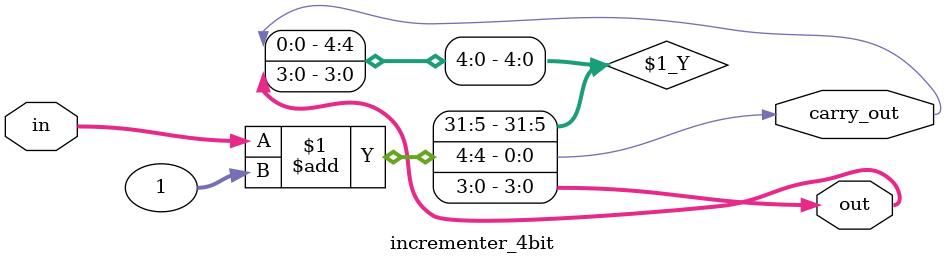
<source format=sv>
module incrementer_4bit (
    input  [3:0] in,        
    output [3:0] out,       
    output       carry_out  
);

assign {carry_out, out} = in + 1;

endmodule

</source>
